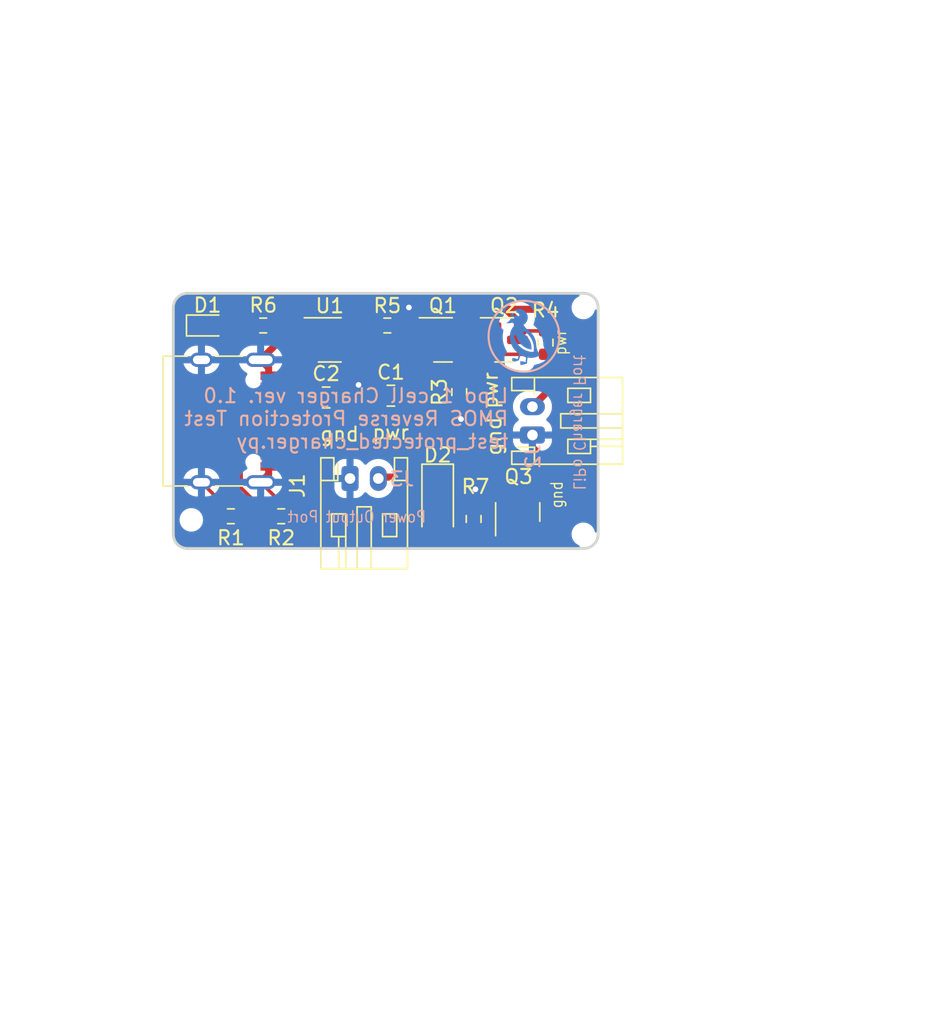
<source format=kicad_pcb>
(kicad_pcb (version 20221018) (generator pcbnew)
  (layers (0 "F.Cu" signal) (31 "B.Cu" signal) (34 "B.Paste" user) (35 "F.Paste" user) (36 "B.SilkS" user "B.Silkscreen") (37 "F.SilkS" user "F.Silkscreen") (38 "B.Mask" user) (39 "F.Mask" user) (44 "Edge.Cuts" user))
  (net 0 "")
  (net 1 "gnd")
  (net 2 "batt.pwr")
  (net 3 "usb.conn.A5")
  (net 4 "usb.conn.B5")
  (net 5 "pmos.r1.a")
  (net 6 "charger.pwr_bat")
  (net 7 "charger.prog_res.a")
  (net 8 "charge_led.res.a")
  (net 9 "charge_led.signal")
  (net 10 "vusb")
  (net 11 "usb.usb.dp")
  (net 12 "usb.usb.dm")
  (net 13 "pmos_load.fet.gate")
  (net 14 "(adapter)pwr_pins.pins.2.src")
  (footprint "Resistor_SMD:R_0603_1608Metric" (layer "F.Cu") (at 85.217 74.613 90)
    (fp_text reference "R7" (at 2.286 0.127 180) (layer "F.SilkS"))
    (fp_text value "")
    (fp_line (start -0.237258 -0.5225) (end 0.237258 -0.5225) (stroke (width 0.12)) (layer "F.SilkS"))
    (fp_line (start -0.237258 0.5225) (end 0.237258 0.5225) (stroke (width 0.12)) (layer "F.SilkS"))
    (pad "1" smd roundrect (at -0.825 0 90) (size 0.8 0.95) (layers "F.Cu" "F.Paste" "F.Mask") (net 13 "pmos_load.fet.gate"))
    (pad "2" smd roundrect (at 0.825 0 90) (size 0.8 0.95) (layers "F.Cu" "F.Paste" "F.Mask") (net 1 "gnd"))
  )
  (footprint "Capacitor_SMD:C_0805_2012Metric" (layer "F.Cu") (at 79.375 65.913 180)
    (fp_text reference "C1" (at 0 1.651) (layer "F.SilkS"))
    (fp_text value "")
    (fp_line (start -0.261252 -0.735) (end 0.261252 -0.735) (stroke (width 0.12)) (layer "F.SilkS"))
    (fp_line (start -0.261252 0.735) (end 0.261252 0.735) (stroke (width 0.12)) (layer "F.SilkS"))
    (pad "1" smd roundrect (at -0.95 0 180) (size 1 1.45) (layers "F.Cu" "F.Paste" "F.Mask") (net 10 "vusb"))
    (pad "2" smd roundrect (at 0.95 0 180) (size 1 1.45) (layers "F.Cu" "F.Paste" "F.Mask") (net 1 "gnd"))
  )
  (footprint "edg:TestPoint_TE_RCT_0805" (layer "F.Cu") (at 92.837 73.025 90)
    (fp_text reference "TP1")
    (fp_text value "gnd")
    (pad "1" smd roundrect (at 0 0 90) (size 2.85 1.4) (layers "F.Cu" "F.Paste" "F.Mask") (roundrect_rratio 0.1785714286) (net 1 "gnd"))
  )
  (footprint "Resistor_SMD:R_0603_1608Metric" (layer "F.Cu") (at 70.358 60.96)
    (fp_text reference "R6" (at 0 -1.43) (layer "F.SilkS"))
    (fp_text value "")
    (fp_line (start -0.237258 -0.5225) (end 0.237258 -0.5225) (stroke (width 0.12)) (layer "F.SilkS"))
    (fp_line (start -0.237258 0.5225) (end 0.237258 0.5225) (stroke (width 0.12)) (layer "F.SilkS"))
    (pad "1" smd roundrect (at -0.825 0) (size 0.8 0.95) (layers "F.Cu" "F.Paste" "F.Mask") (net 8 "charge_led.res.a"))
    (pad "2" smd roundrect (at 0.825 0) (size 0.8 0.95) (layers "F.Cu" "F.Paste" "F.Mask") (net 9 "charge_led.signal"))
  )
  (footprint "Package_TO_SOT_SMD:SOT-23" (layer "F.Cu") (at 87.376 61.976)
    (fp_text reference "Q2" (at 0 -2.413 180) (layer "F.SilkS"))
    (fp_text value "60V 5.2A 50m?@10V,3.2A 27W 2.5V@250?A P Channel SOT-23-3 MOSFETs ROHS")
    (fp_line (start 0 -1.56) (end -1.675 -1.56) (stroke (width 0.12)) (layer "F.SilkS"))
    (fp_line (start 0 -1.56) (end 0.65 -1.56) (stroke (width 0.12)) (layer "F.SilkS"))
    (fp_line (start 0 1.56) (end -0.65 1.56) (stroke (width 0.12)) (layer "F.SilkS"))
    (fp_line (start 0 1.56) (end 0.65 1.56) (stroke (width 0.12)) (layer "F.SilkS"))
    (pad "1" smd roundrect (at -0.9375 -0.95) (size 1.475 0.6) (layers "F.Cu" "F.Paste" "F.Mask") (net 5 "pmos.r1.a"))
    (pad "2" smd roundrect (at -0.9375 0.95) (size 1.475 0.6) (layers "F.Cu" "F.Paste" "F.Mask") (net 6 "charger.pwr_bat"))
    (pad "3" smd roundrect (at 0.9375 0) (size 1.475 0.6) (layers "F.Cu" "F.Paste" "F.Mask") (net 2 "batt.pwr"))
  )
  (footprint "edg:JlcToolingHole_1.152mm" (layer "F.Cu") (at 92.964 59.69)
    (fp_text reference "H3" hide)
    (fp_text value "")
    (pad "" np_thru_hole circle (at 0 0) (size 1.152 1.152) (drill 1.152) (layers "*.Cu" "*.Mask"))
  )
  (footprint "Capacitor_SMD:C_0805_2012Metric" (layer "F.Cu") (at 74.803 66.04)
    (fp_text reference "C2" (at 0 -1.68) (layer "F.SilkS"))
    (fp_text value "")
    (fp_line (start -0.261252 -0.735) (end 0.261252 -0.735) (stroke (width 0.12)) (layer "F.SilkS"))
    (fp_line (start -0.261252 0.735) (end 0.261252 0.735) (stroke (width 0.12)) (layer "F.SilkS"))
    (pad "1" smd roundrect (at -0.95 0) (size 1 1.45) (layers "F.Cu" "F.Paste" "F.Mask") (net 6 "charger.pwr_bat"))
    (pad "2" smd roundrect (at 0.95 0) (size 1 1.45) (layers "F.Cu" "F.Paste" "F.Mask") (net 1 "gnd"))
  )
  (footprint "Resistor_SMD:R_0603_1608Metric" (layer "F.Cu") (at 71.628 74.422 180)
    (fp_text reference "R2" (at 0 -1.524) (layer "F.SilkS"))
    (fp_text value "")
    (fp_line (start -0.237258 -0.5225) (end 0.237258 -0.5225) (stroke (width 0.12)) (layer "F.SilkS"))
    (fp_line (start -0.237258 0.5225) (end 0.237258 0.5225) (stroke (width 0.12)) (layer "F.SilkS"))
    (pad "1" smd roundrect (at -0.825 0 180) (size 0.8 0.95) (layers "F.Cu" "F.Paste" "F.Mask") (net 1 "gnd"))
    (pad "2" smd roundrect (at 0.825 0 180) (size 0.8 0.95) (layers "F.Cu" "F.Paste" "F.Mask") (net 4 "usb.conn.B5"))
  )
  (footprint "edg:JlcToolingHole_1.152mm" (layer "F.Cu") (at 92.964 75.692)
    (fp_text reference "H1" hide)
    (fp_text value "")
    (pad "" np_thru_hole circle (at 0 0) (size 1.152 1.152) (drill 1.152) (layers "*.Cu" "*.Mask"))
  )
  (footprint "Resistor_SMD:R_0603_1608Metric" (layer "F.Cu") (at 90.297 62.167 90)
    (fp_text reference "R4" (at 2.286 0 180) (layer "F.SilkS"))
    (fp_text value "")
    (fp_line (start -0.237258 -0.5225) (end 0.237258 -0.5225) (stroke (width 0.12)) (layer "F.SilkS"))
    (fp_line (start -0.237258 0.5225) (end 0.237258 0.5225) (stroke (width 0.12)) (layer "F.SilkS"))
    (pad "1" smd roundrect (at -0.825 0 90) (size 0.8 0.95) (layers "F.Cu" "F.Paste" "F.Mask") (net 6 "charger.pwr_bat"))
    (pad "2" smd roundrect (at 0.825 0 90) (size 0.8 0.95) (layers "F.Cu" "F.Paste" "F.Mask") (net 2 "batt.pwr"))
  )
  (footprint "LED_SMD:LED_0603_1608Metric" (layer "F.Cu") (at 66.421 60.96)
    (fp_text reference "D1" (at 0 -1.43) (layer "F.SilkS"))
    (fp_text value "")
    (fp_line (start -1.485 -0.735) (end -1.485 0.735) (stroke (width 0.12)) (layer "F.SilkS"))
    (fp_line (start -1.485 0.735) (end 0.8 0.735) (stroke (width 0.12)) (layer "F.SilkS"))
    (fp_line (start 0.8 -0.735) (end -1.485 -0.735) (stroke (width 0.12)) (layer "F.SilkS"))
    (pad "1" smd roundrect (at -0.7875 0) (size 0.875 0.95) (layers "F.Cu" "F.Paste" "F.Mask") (net 8 "charge_led.res.a"))
    (pad "2" smd roundrect (at 0.7875 0) (size 0.875 0.95) (layers "F.Cu" "F.Paste" "F.Mask") (net 10 "vusb"))
  )
  (footprint "Package_TO_SOT_SMD:SOT-23-5" (layer "F.Cu") (at 75.057 61.976)
    (fp_text reference "U1" (at 0 -2.4) (layer "F.SilkS"))
    (fp_text value "MCP73831T-2ACI/OT")
    (fp_line (start 0 -1.56) (end -1.8 -1.56) (stroke (width 0.12)) (layer "F.SilkS"))
    (fp_line (start 0 -1.56) (end 0.8 -1.56) (stroke (width 0.12)) (layer "F.SilkS"))
    (fp_line (start 0 1.56) (end -0.8 1.56) (stroke (width 0.12)) (layer "F.SilkS"))
    (fp_line (start 0 1.56) (end 0.8 1.56) (stroke (width 0.12)) (layer "F.SilkS"))
    (pad "1" smd roundrect (at -1.1375 -0.95) (size 1.325 0.6) (layers "F.Cu" "F.Paste" "F.Mask") (net 9 "charge_led.signal"))
    (pad "2" smd roundrect (at -1.1375 0) (size 1.325 0.6) (layers "F.Cu" "F.Paste" "F.Mask") (net 1 "gnd"))
    (pad "3" smd roundrect (at -1.1375 0.95) (size 1.325 0.6) (layers "F.Cu" "F.Paste" "F.Mask") (net 6 "charger.pwr_bat"))
    (pad "4" smd roundrect (at 1.1375 0.95) (size 1.325 0.6) (layers "F.Cu" "F.Paste" "F.Mask") (net 10 "vusb"))
    (pad "5" smd roundrect (at 1.1375 -0.95) (size 1.325 0.6) (layers "F.Cu" "F.Paste" "F.Mask") (net 7 "charger.prog_res.a"))
  )
  (footprint "Resistor_SMD:R_0603_1608Metric" (layer "F.Cu") (at 68.072 74.422)
    (fp_text reference "R1" (at 0 1.524) (layer "F.SilkS"))
    (fp_text value "")
    (fp_line (start -0.237258 -0.5225) (end 0.237258 -0.5225) (stroke (width 0.12)) (layer "F.SilkS"))
    (fp_line (start -0.237258 0.5225) (end 0.237258 0.5225) (stroke (width 0.12)) (layer "F.SilkS"))
    (pad "1" smd roundrect (at -0.825 0) (size 0.8 0.95) (layers "F.Cu" "F.Paste" "F.Mask") (net 1 "gnd"))
    (pad "2" smd roundrect (at 0.825 0) (size 0.8 0.95) (layers "F.Cu" "F.Paste" "F.Mask") (net 3 "usb.conn.A5"))
  )
  (footprint "edg:TestPoint_TE_RCT_0805" (layer "F.Cu") (at 92.837 62.357 90)
    (fp_text reference "TP2")
    (fp_text value "_batt_pwr_link")
    (pad "1" smd roundrect (at 0 0 90) (size 2.85 1.4) (layers "F.Cu" "F.Paste" "F.Mask") (roundrect_rratio 0.1785714286) (net 2 "batt.pwr"))
  )
  (footprint "Resistor_SMD:R_0603_1608Metric" (layer "F.Cu") (at 84.201 65.659 -90)
    (fp_text reference "R3" (at 0 1.397 -270) (layer "F.SilkS"))
    (fp_text value "")
    (fp_line (start -0.237258 -0.5225) (end 0.237258 -0.5225) (stroke (width 0.12)) (layer "F.SilkS"))
    (fp_line (start -0.237258 0.5225) (end 0.237258 0.5225) (stroke (width 0.12)) (layer "F.SilkS"))
    (pad "1" smd roundrect (at -0.825 0 270) (size 0.8 0.95) (layers "F.Cu" "F.Paste" "F.Mask") (net 5 "pmos.r1.a"))
    (pad "2" smd roundrect (at 0.825 0 270) (size 0.8 0.95) (layers "F.Cu" "F.Paste" "F.Mask") (net 1 "gnd"))
  )
  (footprint "Connector_USB:USB_C_Receptacle_XKB_U262-16XN-4BVC11" (layer "F.Cu") (at 67.069 67.703 -90)
    (fp_text reference "J1" (at 4.56 -5.702 90) (layer "F.SilkS"))
    (fp_text value "COM-15111")
    (fp_line (start -4.58 -1.85) (end -4.58 0.07) (stroke (width 0.12)) (layer "F.SilkS"))
    (fp_line (start -4.58 3.785) (end -4.58 2.08) (stroke (width 0.12)) (layer "F.SilkS"))
    (fp_line (start 4.58 0.07) (end 4.58 -1.85) (stroke (width 0.12)) (layer "F.SilkS"))
    (fp_line (start 4.58 2.08) (end 4.58 3.785) (stroke (width 0.12)) (layer "F.SilkS"))
    (fp_line (start 4.58 3.785) (end -4.58 3.785) (stroke (width 0.12)) (layer "F.SilkS"))
    (pad "" np_thru_hole circle (at -2.89 -2.605 270) (size 0.65 0.65) (drill 0.65) (layers "*.Cu" "*.Mask"))
    (pad "" np_thru_hole circle (at 2.89 -2.605 270) (size 0.65 0.65) (drill 0.65) (layers "*.Cu" "*.Mask"))
    (pad "A1" smd rect (at -3.35 -3.67 270) (size 0.3 1.15) (layers "F.Cu" "F.Paste" "F.Mask") (net 1 "gnd"))
    (pad "A4" smd rect (at -2.55 -3.67 270) (size 0.3 1.15) (layers "F.Cu" "F.Paste" "F.Mask") (net 10 "vusb"))
    (pad "A5" smd rect (at -1.25 -3.67 270) (size 0.3 1.15) (layers "F.Cu" "F.Paste" "F.Mask") (net 3 "usb.conn.A5"))
    (pad "A6" smd rect (at -0.25 -3.67 270) (size 0.3 1.15) (layers "F.Cu" "F.Paste" "F.Mask") (net 11 "usb.usb.dp"))
    (pad "A7" smd rect (at 0.25 -3.67 270) (size 0.3 1.15) (layers "F.Cu" "F.Paste" "F.Mask") (net 12 "usb.usb.dm"))
    (pad "A8" smd rect (at 1.25 -3.67 270) (size 0.3 1.15) (layers "F.Cu" "F.Paste" "F.Mask"))
    (pad "A9" smd rect (at 2.55 -3.67 270) (size 0.3 1.15) (layers "F.Cu" "F.Paste" "F.Mask") (net 10 "vusb"))
    (pad "A12" smd rect (at 3.35 -3.67 270) (size 0.3 1.15) (layers "F.Cu" "F.Paste" "F.Mask") (net 1 "gnd"))
    (pad "B1" smd rect (at 3.05 -3.67 270) (size 0.3 1.15) (layers "F.Cu" "F.Paste" "F.Mask") (net 1 "gnd"))
    (pad "B4" smd rect (at 2.25 -3.67 270) (size 0.3 1.15) (layers "F.Cu" "F.Paste" "F.Mask") (net 10 "vusb"))
    (pad "B5" smd rect (at 1.75 -3.67 270) (size 0.3 1.15) (layers "F.Cu" "F.Paste" "F.Mask") (net 4 "usb.conn.B5"))
    (pad "B6" smd rect (at 0.75 -3.67 270) (size 0.3 1.15) (layers "F.Cu" "F.Paste" "F.Mask") (net 11 "usb.usb.dp"))
    (pad "B7" smd rect (at -0.75 -3.67 270) (size 0.3 1.15) (layers "F.Cu" "F.Paste" "F.Mask") (net 12 "usb.usb.dm"))
    (pad "B8" smd rect (at -1.75 -3.67 270) (size 0.3 1.15) (layers "F.Cu" "F.Paste" "F.Mask"))
    (pad "B9" smd rect (at -2.25 -3.67 270) (size 0.3 1.15) (layers "F.Cu" "F.Paste" "F.Mask") (net 10 "vusb"))
    (pad "B12" smd rect (at -3.05 -3.67 270) (size 0.3 1.15) (layers "F.Cu" "F.Paste" "F.Mask") (net 1 "gnd"))
    (pad "S1" thru_hole oval (at -4.32 -3.105 270) (size 1 2.1) (drill oval 0.6 1.7) (layers "*.Cu" "*.Mask") (net 1 "gnd"))
    (pad "S1" thru_hole oval (at -4.32 1.075 270) (size 1 1.6) (drill oval 0.6 1.2) (layers "*.Cu" "*.Mask") (net 1 "gnd"))
    (pad "S1" thru_hole oval (at 4.32 -3.105 270) (size 1 2.1) (drill oval 0.6 1.7) (layers "*.Cu" "*.Mask") (net 1 "gnd"))
    (pad "S1" thru_hole oval (at 4.32 1.075 270) (size 1 1.6) (drill oval 0.6 1.2) (layers "*.Cu" "*.Mask") (net 1 "gnd"))
  )
  (footprint "Resistor_SMD:R_0603_1608Metric" (layer "F.Cu") (at 79.121 60.96)
    (fp_text reference "R5" (at 0 -1.397) (layer "F.SilkS"))
    (fp_text value "")
    (fp_line (start -0.237258 -0.5225) (end 0.237258 -0.5225) (stroke (width 0.12)) (layer "F.SilkS"))
    (fp_line (start -0.237258 0.5225) (end 0.237258 0.5225) (stroke (width 0.12)) (layer "F.SilkS"))
    (pad "1" smd roundrect (at -0.825 0) (size 0.8 0.95) (layers "F.Cu" "F.Paste" "F.Mask") (net 7 "charger.prog_res.a"))
    (pad "2" smd roundrect (at 0.825 0) (size 0.8 0.95) (layers "F.Cu" "F.Paste" "F.Mask") (net 1 "gnd"))
  )
  (footprint "edg:JlcToolingHole_1.152mm" (layer "F.Cu") (at 65.278 74.676)
    (fp_text reference "H2" hide)
    (fp_text value "")
    (pad "" np_thru_hole circle (at 0 0) (size 1.152 1.152) (drill 1.152) (layers "*.Cu" "*.Mask"))
  )
  (footprint "Package_TO_SOT_SMD:SOT-23" (layer "F.Cu") (at 83.058 61.976)
    (fp_text reference "Q1" (at -0.013 -2.413 180) (layer "F.SilkS"))
    (fp_text value "30V 4A 44m?@10V,4.3A 1.4W 1.3V@250?A P Channel SOT-23-3L MOSFETs ROHS")
    (fp_line (start 0 -1.56) (end -1.675 -1.56) (stroke (width 0.12)) (layer "F.SilkS"))
    (fp_line (start 0 -1.56) (end 0.65 -1.56) (stroke (width 0.12)) (layer "F.SilkS"))
    (fp_line (start 0 1.56) (end -0.65 1.56) (stroke (width 0.12)) (layer "F.SilkS"))
    (fp_line (start 0 1.56) (end 0.65 1.56) (stroke (width 0.12)) (layer "F.SilkS"))
    (pad "1" smd roundrect (at -0.9375 -0.95) (size 1.475 0.6) (layers "F.Cu" "F.Paste" "F.Mask") (net 2 "batt.pwr"))
    (pad "2" smd roundrect (at -0.9375 0.95) (size 1.475 0.6) (layers "F.Cu" "F.Paste" "F.Mask") (net 6 "charger.pwr_bat"))
    (pad "3" smd roundrect (at 0.9375 0) (size 1.475 0.6) (layers "F.Cu" "F.Paste" "F.Mask") (net 5 "pmos.r1.a"))
  )
  (footprint "Diode_SMD:D_MiniMELF" (layer "F.Cu") (at 82.677 73.406 -90)
    (fp_text reference "D2" (at -3.302 0 -180) (layer "F.SilkS"))
    (fp_text value "2?A@1V 85? Single 3.1V~3.5V 500mW 3.3V LL-34 Zener Diodes ROHS")
    (fp_line (start -2.66 -1.11) (end -2.66 1.11) (stroke (width 0.12)) (layer "F.SilkS"))
    (fp_line (start -2.66 1.11) (end 1.75 1.11) (stroke (width 0.12)) (layer "F.SilkS"))
    (fp_line (start 1.75 -1.11) (end -2.66 -1.11) (stroke (width 0.12)) (layer "F.SilkS"))
    (pad "1" smd roundrect (at -1.75 0 270) (size 1.3 1.7) (layers "F.Cu" "F.Paste" "F.Mask") (roundrect_rratio 0.1923076923) (net 14 "(adapter)pwr_pins.pins.2.src"))
    (pad "2" smd roundrect (at 1.75 0 270) (size 1.3 1.7) (layers "F.Cu" "F.Paste" "F.Mask") (roundrect_rratio 0.1923076923) (net 13 "pmos_load.fet.gate"))
  )
  (footprint "Package_TO_SOT_SMD:SOT-23" (layer "F.Cu") (at 88.331 74.1195 90)
    (fp_text reference "Q3" (at 2.4915 0.061 180) (layer "F.SilkS"))
    (fp_text value "20V 3.1A 860mW 112m?@4.5V,2.8A 1V@250?A P Channel SOT-23(SOT-23-3) MOSFETs ROHS")
    (fp_line (start 0 -1.56) (end -1.675 -1.56) (stroke (width 0.12)) (layer "F.SilkS"))
    (fp_line (start 0 -1.56) (end 0.65 -1.56) (stroke (width 0.12)) (layer "F.SilkS"))
    (fp_line (start 0 1.56) (end -0.65 1.56) (stroke (width 0.12)) (layer "F.SilkS"))
    (fp_line (start 0 1.56) (end 0.65 1.56) (stroke (width 0.12)) (layer "F.SilkS"))
    (pad "1" smd roundrect (at -0.9375 -0.95 90) (size 1.475 0.6) (layers "F.Cu" "F.Paste" "F.Mask") (net 13 "pmos_load.fet.gate"))
    (pad "2" smd roundrect (at -0.9375 0.95 90) (size 1.475 0.6) (layers "F.Cu" "F.Paste" "F.Mask") (net 6 "charger.pwr_bat"))
    (pad "3" smd roundrect (at 0.9375 0 90) (size 1.475 0.6) (layers "F.Cu" "F.Paste" "F.Mask") (net 14 "(adapter)pwr_pins.pins.2.src"))
  )
  (footprint "Connector_JST:JST_PH_S2B-PH-K_1x02_P2.00mm_Horizontal" (layer "F.Cu") (at 89.371 68.691 90)
    (fp_text reference "J2" (at -1.54 0.037 90) (layer "B.SilkS") (effects (justify mirror)))
    (fp_text value "S2B-PH-K")
    (fp_line (start -2.06 -1.46) (end -2.06 6.36) (stroke (width 0.12)) (layer "F.SilkS"))
    (fp_line (start -2.06 0.14) (end -1.14 0.14) (stroke (width 0.12)) (layer "F.SilkS"))
    (fp_line (start -2.06 6.36) (end 4.06 6.36) (stroke (width 0.12)) (layer "F.SilkS"))
    (fp_line (start -1.3 2.5) (end -1.3 4.1) (stroke (width 0.12)) (layer "F.SilkS"))
    (fp_line (start -1.3 4.1) (end -0.3 4.1) (stroke (width 0.12)) (layer "F.SilkS"))
    (fp_line (start -1.14 -1.46) (end -2.06 -1.46) (stroke (width 0.12)) (layer "F.SilkS"))
    (fp_line (start -1.14 0.14) (end -1.14 -1.46) (stroke (width 0.12)) (layer "F.SilkS"))
    (fp_line (start -0.86 0.14) (end -1.14 0.14) (stroke (width 0.12)) (layer "F.SilkS"))
    (fp_line (start -0.86 0.14) (end -0.86 -1.075) (stroke (width 0.12)) (layer "F.SilkS"))
    (fp_line (start -0.8 4.1) (end -0.8 6.36) (stroke (width 0.12)) (layer "F.SilkS"))
    (fp_line (start -0.3 2.5) (end -1.3 2.5) (stroke (width 0.12)) (layer "F.SilkS"))
    (fp_line (start -0.3 4.1) (end -0.3 2.5) (stroke (width 0.12)) (layer "F.SilkS"))
    (fp_line (start -0.3 4.1) (end -0.3 6.36) (stroke (width 0.12)) (layer "F.SilkS"))
    (fp_line (start 0.5 2) (end 1.5 2) (stroke (width 0.12)) (layer "F.SilkS"))
    (fp_line (start 0.5 6.36) (end 0.5 2) (stroke (width 0.12)) (layer "F.SilkS"))
    (fp_line (start 1.5 2) (end 1.5 6.36) (stroke (width 0.12)) (layer "F.SilkS"))
    (fp_line (start 2.3 2.5) (end 3.3 2.5) (stroke (width 0.12)) (layer "F.SilkS"))
    (fp_line (start 2.3 4.1) (end 2.3 2.5) (stroke (width 0.12)) (layer "F.SilkS"))
    (fp_line (start 3.14 -1.46) (end 3.14 0.14) (stroke (width 0.12)) (layer "F.SilkS"))
    (fp_line (start 3.14 0.14) (end 2.86 0.14) (stroke (width 0.12)) (layer "F.SilkS"))
    (fp_line (start 3.3 2.5) (end 3.3 4.1) (stroke (width 0.12)) (layer "F.SilkS"))
    (fp_line (start 3.3 4.1) (end 2.3 4.1) (stroke (width 0.12)) (layer "F.SilkS"))
    (fp_line (start 4.06 -1.46) (end 3.14 -1.46) (stroke (width 0.12)) (layer "F.SilkS"))
    (fp_line (start 4.06 0.14) (end 3.14 0.14) (stroke (width 0.12)) (layer "F.SilkS"))
    (fp_line (start 4.06 6.36) (end 4.06 -1.46) (stroke (width 0.12)) (layer "F.SilkS"))
    (pad "1" thru_hole roundrect (at 0 0 90) (size 1.2 1.75) (drill 0.75) (layers "*.Cu" "*.Mask") (roundrect_rratio 0.208333) (net 1 "gnd"))
    (pad "2" thru_hole oval (at 2 0 90) (size 1.2 1.75) (drill 0.75) (layers "*.Cu" "*.Mask") (net 2 "batt.pwr"))
  )
  (footprint "Connector_JST:JST_PH_S2B-PH-K_1x02_P2.00mm_Horizontal" (layer "F.Cu") (at 76.486 71.755)
    (fp_text reference "J3" (at 3.667 0.037) (layer "B.SilkS") (effects (justify mirror)))
    (fp_text value "S2B-PH-K")
    (fp_line (start -2.06 -1.46) (end -2.06 6.36) (stroke (width 0.12)) (layer "F.SilkS"))
    (fp_line (start -2.06 0.14) (end -1.14 0.14) (stroke (width 0.12)) (layer "F.SilkS"))
    (fp_line (start -2.06 6.36) (end 4.06 6.36) (stroke (width 0.12)) (layer "F.SilkS"))
    (fp_line (start -1.3 2.5) (end -1.3 4.1) (stroke (width 0.12)) (layer "F.SilkS"))
    (fp_line (start -1.3 4.1) (end -0.3 4.1) (stroke (width 0.12)) (layer "F.SilkS"))
    (fp_line (start -1.14 -1.46) (end -2.06 -1.46) (stroke (width 0.12)) (layer "F.SilkS"))
    (fp_line (start -1.14 0.14) (end -1.14 -1.46) (stroke (width 0.12)) (layer "F.SilkS"))
    (fp_line (start -0.86 0.14) (end -1.14 0.14) (stroke (width 0.12)) (layer "F.SilkS"))
    (fp_line (start -0.86 0.14) (end -0.86 -1.075) (stroke (width 0.12)) (layer "F.SilkS"))
    (fp_line (start -0.8 4.1) (end -0.8 6.36) (stroke (width 0.12)) (layer "F.SilkS"))
    (fp_line (start -0.3 2.5) (end -1.3 2.5) (stroke (width 0.12)) (layer "F.SilkS"))
    (fp_line (start -0.3 4.1) (end -0.3 2.5) (stroke (width 0.12)) (layer "F.SilkS"))
    (fp_line (start -0.3 4.1) (end -0.3 6.36) (stroke (width 0.12)) (layer "F.SilkS"))
    (fp_line (start 0.5 2) (end 1.5 2) (stroke (width 0.12)) (layer "F.SilkS"))
    (fp_line (start 0.5 6.36) (end 0.5 2) (stroke (width 0.12)) (layer "F.SilkS"))
    (fp_line (start 1.5 2) (end 1.5 6.36) (stroke (width 0.12)) (layer "F.SilkS"))
    (fp_line (start 2.3 2.5) (end 3.3 2.5) (stroke (width 0.12)) (layer "F.SilkS"))
    (fp_line (start 2.3 4.1) (end 2.3 2.5) (stroke (width 0.12)) (layer "F.SilkS"))
    (fp_line (start 3.14 -1.46) (end 3.14 0.14) (stroke (width 0.12)) (layer "F.SilkS"))
    (fp_line (start 3.14 0.14) (end 2.86 0.14) (stroke (width 0.12)) (layer "F.SilkS"))
    (fp_line (start 3.3 2.5) (end 3.3 4.1) (stroke (width 0.12)) (layer "F.SilkS"))
    (fp_line (start 3.3 4.1) (end 2.3 4.1) (stroke (width 0.12)) (layer "F.SilkS"))
    (fp_line (start 4.06 -1.46) (end 3.14 -1.46) (stroke (width 0.12)) (layer "F.SilkS"))
    (fp_line (start 4.06 0.14) (end 3.14 0.14) (stroke (width 0.12)) (layer "F.SilkS"))
    (fp_line (start 4.06 6.36) (end 4.06 -1.46) (stroke (width 0.12)) (layer "F.SilkS"))
    (pad "1" thru_hole roundrect (at 0 0) (size 1.2 1.75) (drill 0.75) (layers "*.Cu" "*.Mask") (roundrect_rratio 0.208333) (net 1 "gnd"))
    (pad "2" thru_hole oval (at 2 0) (size 1.2 1.75) (drill 0.75) (layers "*.Cu" "*.Mask") (net 14 "(adapter)pwr_pins.pins.2.src"))
  )
  (footprint "edg:Symbol_DucklingSolid" (layer "B.Cu") (at 88.773 61.722 180)
    (fp_text reference "svg2mod" hide)
    (fp_text value "G***" hide)
    (fp_circle (center 0 0) (end 2.5 0) (stroke (width 0.15)) (fill none) (layer "B.SilkS"))
    (pad "" smd custom (at 0.333322 1.928454 180) (size 0.00001 0.00001) (layers "B.Cu" "B.Mask") (options (clearance outline) (anchor circle)) (primitives (gr_poly (pts (xy 0 0) (xy -0.02944 -0.000722) (xy -0.05881 -0.002888) (xy -0.088038 -0.006491) (xy -0.117054 -0.011524) (xy -0.145787 -0.017973) (xy -0.17417 -0.025824) (xy -0.202133 -0.035057) (xy -0.229609 -0.04565) (xy -0.256532 -0.057579) (xy -0.282837 -0.070813) (xy -0.30846 -0.085321) (xy -0.33334 -0.101069) (xy -0.357418 -0.118018) (xy -0.380634 -0.136127) (xy -0.402933 -0.155353) (xy -0.424262 -0.17565) (xy -0.444568 -0.196968) (xy -0.463804 -0.219256) (xy -0.481922 -0.242461) (xy -0.498879 -0.266527) (xy -0.514635 -0.291395) (xy -0.52915 -0.317006) (xy -0.542391 -0.343298) (xy -0.554325 -0.370208) (xy -0.564924 -0.39767) (xy -0.574162 -0.42562) (xy -0.582016 -0.453988) (xy -0.588469 -0.482708) (xy -0.593503 -0.511709) (xy -0.597108 -0.540923) (xy -0.599275 -0.570278) (xy -0.599998 -0.599704) (xy -0.598714 -0.638927) (xy -0.594866 -0.677983) (xy -0.58847 -0.716703) (xy -0.579555 -0.754922) (xy -0.568158 -0.792476) (xy -0.554328 -0.829205) (xy -0.538124 -0.864952) (xy -0.519616 -0.899562) (xy -0.498882 -0.932889) (xy -0.476012 -0.964788) (xy -0.451104 -0.995124) (xy -0.424264 -1.023768) (xy -0.395607 -1.050595) (xy -0.365256 -1.075491) (xy -0.333341 -1.09835) (xy -0.299999 -1.119074) (xy -0.317389 -1.14776) (xy -0.335496 -1.175999) (xy -0.354308 -1.203774) (xy -0.373813 -1.231067) (xy -0.394 -1.25786) (xy -0.414854 -1.284138) (xy -0.436364 -1.309882) (xy -0.458515 -1.335078) (xy -0.481293 -1.359708) (xy -0.504685 -1.383757) (xy -0.528674 -1.407211) (xy -0.553247 -1.430053) (xy -0.578386 -1.45227) (xy -0.604077 -1.473848) (xy -0.630304 -1.494773) (xy -0.657049 -1.515031) (xy -0.686297 -1.537239) (xy -0.714923 -1.560243) (xy -0.742904 -1.584027) (xy -0.770219 -1.608572) (xy -0.796847 -1.63386) (xy -0.822768 -1.659872) (xy -0.847963 -1.686587) (xy -0.872411 -1.713986) (xy -0.896095 -1.742047) (xy -0.918997 -1.77075) (xy -0.941099 -1.800072) (xy -0.962385 -1.829992) (xy -0.982838 -1.860487) (xy -1.002443 -1.891533) (xy -1.021185 -1.923107) (xy -1.039049 -1.955185) (xy -1.056023 -1.987743) (xy -1.072093 -2.020756) (xy -1.087247 -2.054198) (xy -1.101474 -2.088046) (xy -1.114762 -2.122272) (xy -1.127103 -2.156851) (xy -1.138485 -2.191756) (xy -1.148902 -2.226962) (xy -1.158344 -2.262441) (xy -1.166804 -2.298167) (xy -1.174277 -2.334112) (xy -1.180757 -2.370249) (xy -1.186238 -2.406551) (xy -1.190717 -2.44299) (xy -1.19419 -2.479538) (xy -1.196654 -2.516168) (xy -1.200327 -2.56679) (xy -1.205926 -2.617235) (xy -1.213443 -2.667431) (xy -1.222866 -2.717304) (xy -1.234183 -2.766783) (xy -1.247376 -2.815794) (xy -1.262427 -2.864268) (xy -1.279314 -2.912134) (xy -1.298012 -2.959323) (xy -1.318494 -3.005766) (xy -1.340731 -3.051396) (xy -1.36469 -3.096146) (xy -1.390336 -3.139952) (xy -1.417633 -3.18275) (xy -1.44654 -3.224478) (xy -1.477016 -3.265076) (xy -1.476528 -3.265167) (xy -1.452888 -3.280118) (xy -1.428843 -3.294489) (xy -1.404405 -3.308271) (xy -1.379587 -3.321458) (xy -1.354401 -3.334044) (xy -1.32886 -3.346021) (xy -1.302978 -3.357384) (xy -1.276766 -3.368127) (xy -1.25024 -3.378245) (xy -1.223411 -3.387731) (xy -1.196295 -3.396582) (xy -1.168904 -3.404794) (xy -1.141252 -3.41236) (xy -1.113354 -3.419279) (xy -1.085224 -3.425546) (xy -1.056876 -3.431159) (xy -1.028325 -3.436114) (xy -0.999585 -3.440408) (xy -0.970671 -3.444041) (xy -0.941597 -3.447009) (xy -0.941131 -3.447045) (xy -0.941131 -3.033127) (xy -0.970746 -3.029135) (xy -0.996829 -3.014559) (xy -1.015743 -2.991434) (xy -1.024847 -2.962985) (xy -1.030094 -2.912769) (xy -1.033534 -2.862646) (xy -1.035184 -2.812658) (xy -1.035065 -2.762846) (xy -1.033195 -2.71325) (xy -1.029594 -2.663913) (xy -1.02428 -2.614874) (xy -1.017274 -2.566175) (xy -1.008594 -2.517856) (xy -0.998259 -2.46996) (xy -0.98629 -2.422527) (xy -0.972703 -2.375598) (xy -0.95752 -2.329214) (xy -0.940759 -2.283416) (xy -0.922439 -2.238245) (xy -0.90258 -2.193743) (xy -0.881201 -2.14995) (xy -0.85832 -2.106907) (xy -0.833958 -2.064655) (xy -0.808133 -2.023236) (xy -0.780864 -1.982691) (xy -0.752171 -1.943059) (xy -0.722073 -1.904384) (xy -0.690588 -1.866705) (xy -0.657737 -1.830063) (xy -0.623539 -1.794501) (xy -0.588012 -1.760058) (xy -0.551175 -1.726775) (xy -0.513049 -1.694695) (xy -0.473652 -1.663858) (xy -0.433003 -1.634304) (xy -0.391122 -1.606075) (xy -0.372286 -1.597138) (xy -0.351779 -1.593369) (xy -0.3483 -1.593259) (xy -0.34482 -1.5933) (xy -0.337857 -1.593859) (xy -0.33097 -1.595022) (xy -0.302269 -1.607319) (xy -0.280465 -1.629663) (xy -0.268909 -1.658645) (xy -0.26933 -1.689842) (xy -0.281662 -1.718503) (xy -0.30403 -1.740265) (xy -0.346981 -1.76942) (xy -0.388382 -1.80015) (xy -0.428213 -1.832399) (xy -0.466454 -1.866107) (xy -0.503084 -1.90122) (xy -0.538083 -1.93768) (xy -0.571431 -1.97543) (xy -0.603107 -2.014413) (xy -0.633093 -2.054572) (xy -0.661366 -2.095849) (xy -0.687907 -2.138189) (xy -0.712697 -2.181534) (xy -0.735714 -2.225827) (xy -0.756938 -2.271011) (xy -0.776349 -2.31703) (xy -0.793927 -2.363825) (xy -0.809653 -2.411341) (xy -0.823504 -2.45952) (xy -0.835462 -2.508305) (xy -0.845506 -2.557639) (xy -0.853615 -2.607466) (xy -0.859771 -2.657728) (xy -0.863951 -2.708369) (xy -0.866137 -2.75933) (xy -0.866308 -2.810556) (xy -0.864443 -2.86199) (xy -0.814719 -2.854936) (xy -0.765589 -2.845978) (xy -0.717097 -2.835152) (xy -0.669287 -2.822492) (xy -0.622203 -2.808031) (xy -0.575888 -2.791806) (xy -0.530387 -2.773851) (xy -0.485743 -2.7542) (xy -0.442001 -2.732887) (xy -0.399204 -2.709948) (xy -0.357396 -2.685417) (xy -0.316621 -2.659328) (xy -0.276923 -2.631717) (xy -0.238347 -2.602617) (xy -0.200935 -2.572064) (xy -0.164732 -2.540091) (xy -0.129782 -2.506734) (xy -0.096128 -2.472028) (xy -0.063815 -2.436006) (xy -0.032886 -2.398703) (xy -0.003386 -2.360154) (xy 0.024642 -2.320394) (xy 0.051154 -2.279457) (xy 0.076106 -2.237378) (xy 0.099454 -2.194191) (xy 0.121154 -2.14993) (xy 0.141162 -2.104632) (xy 0.159435 -2.058329) (xy 0.175927 -2.011057) (xy 0.190597 -1.962851) (xy 0.203398 -1.913744) (xy 0.216431 -1.885407) (xy 0.239318 -1.864209) (xy 0.268577 -1.853375) (xy 0.299758 -1.854552) (xy 0.328137 -1.867588) (xy 0.34936 -1.890492) (xy 0.360191 -1.919773) (xy 0.358979 -1.950967) (xy 0.34634 -1.99993) (xy 0.332053 -2.048129) (xy 0.316152 -2.095536) (xy 0.29867 -2.142123) (xy 0.279643 -2.187861) (xy 0.259104 -2.232722) (xy 0.237087 -2.276677) (xy 0.213626 -2.319699) (xy 0.188756 -2.361758) (xy 0.162511 -2.402825) (xy 0.134925 -2.442874) (xy 0.106032 -2.481875) (xy 0.075866 -2.519799) (xy 0.044462 -2.556618) (xy 0.011853 -2.592305) (xy -0.021926 -2.626829) (xy -0.056841 -2.660164) (xy -0.092859 -2.69228) (xy -0.129944 -2.723149) (xy -0.168062 -2.752743) (xy -0.20718 -2.781033) (xy -0.247264 -2.80799) (xy -0.288278 -2.833587) (xy -0.33019 -2.857794) (xy -0.372965 -2.880584) (xy -0.416568 -2.901927) (xy -0.460966 -2.921796) (xy -0.506124 -2.940162) (xy -0.552009 -2.956997) (xy -0.598585 -2.972272) (xy -0.64582 -2.985958) (xy -0.693678 -2.998028) (xy -0.742126 -3.008452) (xy -0.79113 -3.017202) (xy -0.840654 -3.024251) (xy -0.890666 -3.029569) (xy -0.941131 -3.033127) (xy -0.941131 -3.447045) (xy -0.912378 -3.449311) (xy -0.88303 -3.450946) (xy -0.853567 -3.451914) (xy -0.824003 -3.452214) (xy -0.794355 -3.451845) (xy -0.764637 -3.450808) (xy -0.734865 -3.449103) (xy -0.705053 -3.446732) (xy -0.675217 -3.443695) (xy -0.645371 -3.439994) (xy -0.615532 -3.435631) (xy -0.585714 -3.430608) (xy -0.586011 -3.430256) (xy -0.548459 -3.811441) (xy -0.554638 -3.814846) (xy -0.560793 -3.818294) (xy -0.553797 -3.822213) (xy -0.546771 -3.826076) (xy -0.526874 -3.860216) (xy -0.488928 -3.871288) (xy -0.478581 -3.869221) (xy -0.468843 -3.865159) (xy -0.442796 -3.876351) (xy -0.416442 -3.886801) (xy -0.389802 -3.896501) (xy -0.362898 -3.905441) (xy -0.335751 -3.913616) (xy -0.308383 -3.921018) (xy -0.280817 -3.927641) (xy -0.253073 -3.933481) (xy -0.225175 -3.938532) (xy -0.197145 -3.942791) (xy -0.169005 -3.946254) (xy -0.140778 -3.948918) (xy -0.112488 -3.950781) (xy -0.084155 -3.951842) (xy -0.055804 -3.9521) (xy -0.027457 -3.951554) (xy -0.074121 -3.93178) (xy -0.093388 -3.884924) (xy -0.074121 -3.838067) (xy -0.027457 -3.818294) (xy -0.075073 -3.799041) (xy -0.09486 -3.751664) (xy -0.075073 -3.704287) (xy -0.027457 -3.685034) (xy -0.054255 -3.684504) (xy -0.081058 -3.684693) (xy -0.107846 -3.685599) (xy -0.1346 -3.687223) (xy -0.161301 -3.689563) (xy -0.187929 -3.692617) (xy -0.214466 -3.696384) (xy -0.240893 -3.70086) (xy -0.26719 -3.706042) (xy -0.293339 -3.711927) (xy -0.31932 -3.71851) (xy -0.345116 -3.725787) (xy -0.370707 -3.733752) (xy -0.396075 -3.7424) (xy -0.421203 -3.751724) (xy -0.446071 -3.761719) (xy -0.480212 -3.415243) (xy -0.48097 -3.407529) (xy -0.480705 -3.407901) (xy -0.429938 -3.39379) (xy -0.379512 -3.377788) (xy -0.329504 -3.359919) (xy -0.27999 -3.340209) (xy -0.231044 -3.318688) (xy -0.18274 -3.295389) (xy -0.13515 -3.270347) (xy -0.088348 -3.2436) (xy -0.08847 -3.243175) (xy 0.017432 -3.591924) (xy 0.01274 -3.594511) (xy 0.008062 -3.597123) (xy 0.014628 -3.600781) (xy 0.021222 -3.604389) (xy 0.023702 -3.61255) (xy 0.049614 -3.644105) (xy 0.090262 -3.648086) (xy 0.095256 -3.646281) (xy 0.100046 -3.643988) (xy 0.126091 -3.65518) (xy 0.152443 -3.66563) (xy 0.17908 -3.675328) (xy 0.205982 -3.684268) (xy 0.233127 -3.692442) (xy 0.260493 -3.699844) (xy 0.288057 -3.706467) (xy 0.315799 -3.712307) (xy 0.343695 -3.717358) (xy 0.371723 -3.721617) (xy 0.39986 -3.72508) (xy 0.428085 -3.727745) (xy 0.456373 -3.729609) (xy 0.484703 -3.73067) (xy 0.513052 -3.730928) (xy 0.541397 -3.730383) (xy 0.493781 -3.71113) (xy 0.473994 -3.663753) (xy 0.493781 -3.616377) (xy 0.541397 -3.597123) (xy 0.49428 -3.577585) (xy 0.474769 -3.530476) (xy 0.49428 -3.483368) (xy 0.541397 -3.463829) (xy 0.51403 -3.463299) (xy 0.486659 -3.463517) (xy 0.459304 -3.464484) (xy 0.431986 -3.466199) (xy 0.404726 -3.468661) (xy 0.377542 -3.471867) (xy 0.350457 -3.475816) (xy 0.32349 -3.480504) (xy 0.296662 -3.485928) (xy 0.269992 -3.492085) (xy 0.243501 -3.498968) (xy 0.217208 -3.506574) (xy 0.191133 -3.514896) (xy 0.165296 -3.523928) (xy 0.139716 -3.533663) (xy 0.114412 -3.544095) (xy 0.009646 -3.199065) (xy 0.006779 -3.19172) (xy 0.002859 -3.184879) (xy 0.002944 -3.18531) (xy 0.035136 -3.162415) (xy 0.066774 -3.138701) (xy 0.097832 -3.114186) (xy 0.128286 -3.088889) (xy 0.158111 -3.062833) (xy 0.187283 -3.036036) (xy 0.215778 -3.008522) (xy 0.243575 -2.980311) (xy 0.27065 -2.951426) (xy 0.296982 -2.921891) (xy 0.32255 -2.891729) (xy 0.347333 -2.860964) (xy 0.371311 -2.829622) (xy 0.394466 -2.797726) (xy 0.416779 -2.765304) (xy 0.438232 -2.73238) (xy 0.458807 -2.698981) (xy 0.478488 -2.665133) (xy 0.49726 -2.630865) (xy 0.515107 -2.596203) (xy 0.532015 -2.561176) (xy 0.547971 -2.52581) (xy 0.562961 -2.490136) (xy 0.576974 -2.45418) (xy 0.589998 -2.417972) (xy 0.602024 -2.381542) (xy 0.613041 -2.344917) (xy 0.62304 -2.308128) (xy 0.632014 -2.271205) (xy 0.639956 -2.234175) (xy 0.646858 -2.19707) (xy 0.652716 -2.15992) (xy 0.657524 -2.122752) (xy 0.66128 -2.085599) (xy 0.663979 -2.048489) (xy 0.66562 -2.011452) (xy 0.666202 -1.974517) (xy 0.665723 -1.937716) (xy 0.664185 -1.901076) (xy 0.661589 -1.864627) (xy 0.657936 -1.828398) (xy 0.653229 -1.792419) (xy 0.647473 -1.756719) (xy 0.640672 -1.721325) (xy 0.632832 -1.686267) (xy 0.623958 -1.651572) (xy 0.614058 -1.617268) (xy 0.60314 -1.583382) (xy 0.591212 -1.549943) (xy 0.578284 -1.516976) (xy 0.564367 -1.484508) (xy 0.549471 -1.452566) (xy 0.533609 -1.421174) (xy 0.516793 -1.390357) (xy 0.499036 -1.360141) (xy 0.480354 -1.33055) (xy 0.46076 -1.301608) (xy 0.440271 -1.273337) (xy 0.418903 -1.24576) (xy 0.396673 -1.218899) (xy 0.373599 -1.192777) (xy 0.3497 -1.167413) (xy 0.324994 -1.142829) (xy 0.299502 -1.119043) (xy 0.299999 -1.119074) (xy 0.318373 -1.107792) (xy 0.318373 -0.511141) (xy 0.288831 -0.501118) (xy 0.265371 -0.480563) (xy 0.251561 -0.452602) (xy 0.23158 -0.420924) (xy 0.200022 -0.413071) (xy 0.168447 -0.420924) (xy 0.148449 -0.452602) (xy 0.134642 -0.480553) (xy 0.111192 -0.501103) (xy 0.081661 -0.511129) (xy 0.05054 -0.509108) (xy 0.022543 -0.495332) (xy 0.00195 -0.471898) (xy -0.008107 -0.442372) (xy -0.006098 -0.411246) (xy 0.012418 -0.364842) (xy 0.039873 -0.325863) (xy 0.074314 -0.294762) (xy 0.113788 -0.271988) (xy 0.156342 -0.257994) (xy 0.200022 -0.253228) (xy 0.243702 -0.257994) (xy 0.286256 -0.271988) (xy 0.32573 -0.294762) (xy 0.360171 -0.325863) (xy 0.387626 -0.364842) (xy 0.406142 -0.411246) (xy 0.408152 -0.442372) (xy 0.398095 -0.471898) (xy 0.377501 -0.495332) (xy 0.349505 -0.509108) (xy 0.318373 -0.511141) (xy 0.318373 -1.107792) (xy 0.326091 -1.103054) (xy 0.351332 -1.085724) (xy 0.375655 -1.06713) (xy 0.398997 -1.047319) (xy 0.421298 -1.026344) (xy 0.442498 -1.004259) (xy 0.462544 -0.981122) (xy 0.481383 -0.956992) (xy 0.480763 -0.958508) (xy 0.507107 -0.968767) (xy 0.533863 -0.977901) (xy 0.560982 -0.985893) (xy 0.588416 -0.992728) (xy 0.616115 -0.998394) (xy 0.64403 -1.002882) (xy 0.67211 -1.006182) (xy 0.700304 -1.008289) (xy 0.728563 -1.0092) (xy 0.756835 -1.008912) (xy 0.785069 -1.007426) (xy 0.813215 -1.004746) (xy 0.841222 -1.000874) (xy 0.869039 -0.99582) (xy 0.896617 -0.98959) (xy 0.923906 -0.982198) (xy 0.898019 -0.970834) (xy 0.872639 -0.958382) (xy 0.847809 -0.944867) (xy 0.823574 -0.930311) (xy 0.79998 -0.914741) (xy 0.777066 -0.898185) (xy 0.754876 -0.880673) (xy 0.733449 -0.862236) (xy 0.712822 -0.842908) (xy 0.693035 -0.822723) (xy 0.674121 -0.801718) (xy 0.656116 -0.77993) (xy 0.639051 -0.757399) (xy 0.622957 -0.734164) (xy 0.607863 -0.710269) (xy 0.593797 -0.685755) (xy 0.593659 -0.686099) (xy 0.598391 -0.643016) (xy 0.599998 -0.599704) (xy 0.599275 -0.570278) (xy 0.597109 -0.540923) (xy 0.593504 -0.511709) (xy 0.588469 -0.482708) (xy 0.582016 -0.453988) (xy 0.574162 -0.42562) (xy 0.564924 -0.39767) (xy 0.554325 -0.370208) (xy 0.542391 -0.343298) (xy 0.52915 -0.317006) (xy 0.514635 -0.291395) (xy 0.498879 -0.266527) (xy 0.481922 -0.242461) (xy 0.463804 -0.219256) (xy 0.444568 -0.196968) (xy 0.424262 -0.17565) (xy 0.402933 -0.155353) (xy 0.380634 -0.136127) (xy 0.357418 -0.118018) (xy 0.33334 -0.101069) (xy 0.30846 -0.085321) (xy 0.282837 -0.070813) (xy 0.256532 -0.057579) (xy 0.229609 -0.04565) (xy 0.202133 -0.035057) (xy 0.17417 -0.025824) (xy 0.145787 -0.017973) (xy 0.117054 -0.011524) (xy 0.088038 -0.006491) (xy 0.05881 -0.002888) (xy 0.02944 -0.000722) (xy 0 0)) (width 0.00001) (fill yes))))
  )
  (gr_arc (start 93.008 58.692) (mid 93.715107 58.984893) (end 94.008 59.692) (stroke (width 0.2)) (layer "Edge.Cuts"))
  (gr_line (start 65.008 58.692) (end 93.008 58.692) (stroke (width 0.2)) (layer "Edge.Cuts"))
  (gr_line (start 64.008 75.692) (end 64.008 59.692) (stroke (width 0.2)) (layer "Edge.Cuts"))
  (gr_arc (start 94.008 75.692) (mid 93.715107 76.399107) (end 93.008 76.692) (stroke (width 0.2)) (layer "Edge.Cuts"))
  (gr_line (start 94.008 59.692) (end 94.008 75.692) (stroke (width 0.2)) (layer "Edge.Cuts"))
  (gr_arc (start 64.008 59.692) (mid 64.300893 58.984893) (end 65.008 58.692) (stroke (width 0.2)) (layer "Edge.Cuts"))
  (gr_arc (start 65.008 76.692) (mid 64.300893 76.399107) (end 64.008 75.692) (stroke (width 0.2)) (layer "Edge.Cuts"))
  (gr_line (start 93.008 76.692) (end 65.008 76.692) (stroke (width 0.2)) (layer "Edge.Cuts"))
  (gr_text "Power Output Port" (at 81.915 74.93) (layer "B.SilkS") (effects (font (size 0.8 0.7) (thickness 0.1)) (justify left bottom mirror)))
  (gr_text "Lipo 1 cell Charger ver. 1.0\nPMOS Reverse Protection Test\ntest_protected_charger.py" (at 87.757 69.723) (layer "B.SilkS") (effects (font (size 1 1)) (justify left bottom mirror)))
  (gr_text "LiPo Charger Port" (at 92.202 72.644 -90) (layer "B.SilkS") (effects (font (size 0.8 0.7) (thickness 0.1)) (justify left bottom mirror)))
  (gr_text "pwr" (at 86.995 66.929 90) (layer "F.SilkS") (effects (font (size 1 1)) (justify left bottom)))
  (gr_text "gnd" (at 74.295 69.215) (layer "F.SilkS") (effects (font (size 1 1)) (justify left bottom)))
  (gr_text "gnd" (at 87.249 70.231 90) (layer "F.SilkS") (effects (font (size 1 1)) (justify left bottom)))
  (gr_text "pwr" (at 91.821 63.119 90) (layer "F.SilkS") (effects (font (size 0.8 0.7) (thickness 0.1)) (justify left bottom)))
  (gr_text "gnd" (at 91.567 73.914 90) (layer "F.SilkS") (effects (font (size 0.8 0.7) (thickness 0.1)) (justify left bottom)))
  (gr_text "pwr" (at 77.978 69.088) (layer "F.SilkS") (effects (font (size 1 1)) (justify left bottom)))
  (segment (start 89.371 69.559) (end 89.371 68.691) (width 0.5) (layer "F.Cu") (net 1))
  (segment (start 70.739 71.053) (end 70.739 71.458) (width 0.5) (layer "F.Cu") (net 1))
  (segment (start 79.946 60.96) (end 79.946 60.389) (width 0.25) (layer "F.Cu") (net 1))
  (segment (start 92.837 73.025) (end 89.371 69.559) (width 0.5) (layer "F.Cu") (net 1))
  (segment (start 67.247 74.422) (end 67.247 73.276) (width 0.25) (layer "F.Cu") (net 1))
  (segment (start 71.581 61.976) (end 70.174 63.383) (width 0.5) (layer "F.Cu") (net 1))
  (segment (start 72.453 74.422) (end 72.453 74.302) (width 0.25) (layer "F.Cu") (net 1))
  (segment (start 77.089 66.04) (end 77.089 65.151) (width 0.5) (layer "F.Cu") (net 1))
  (segment (start 77.089 66.04) (end 78.298 66.04) (width 0.5) (layer "F.Cu") (net 1))
  (segment (start 84.201 67.437) (end 84.328 67.564) (width 0.25) (layer "F.Cu") (net 1))
  (segment (start 75.753 66.04) (end 77.089 66.04) (width 0.5) (layer "F.Cu") (net 1))
  (segment (start 79.946 60.389) (end 80.645 59.69) (width 0.25) (layer "F.Cu") (net 1))
  (segment (start 70.739 63.948) (end 70.174 63.383) (width 0.5) (layer "F.Cu") (net 1))
  (segment (start 85.217 73.788) (end 85.217 72.644) (width 0.5) (layer "F.Cu") (net 1))
  (segment (start 67.247 73.276) (end 65.994 72.023) (width 0.25) (layer "F.Cu") (net 1))
  (segment (start 84.201 66.484) (end 84.201 67.437) (width 0.25) (layer "F.Cu") (net 1))
  (segment (start 72.453 74.302) (end 70.174 72.023) (width 0.25) (layer "F.Cu") (net 1))
  (segment (start 70.739 64.353) (end 70.739 63.948) (width 0.5) (layer "F.Cu") (net 1))
  (segment (start 85.217 72.644) (end 85.344 72.517) (width 0.5) (layer "F.Cu") (net 1))
  (segment (start 70.739 71.458) (end 70.174 72.023) (width 0.5) (layer "F.Cu") (net 1))
  (segment (start 78.298 66.04) (end 78.425 65.913) (width 0.5) (layer "F.Cu") (net 1))
  (segment (start 73.9195 61.976) (end 71.581 61.976) (width 0.5) (layer "F.Cu") (net 1))
  (via (at 85.344 72.517) (size 0.8) (drill 0.4) (layers "F.Cu" "B.Cu") (net 1))
  (via (at 77.089 65.151) (size 0.8) (drill 0.4) (layers "F.Cu" "B.Cu") (net 1))
  (via (at 80.645 59.69) (size 0.8) (drill 0.4) (layers "F.Cu" "B.Cu") (net 1))
  (via (at 84.328 67.564) (size 0.8) (drill 0.4) (layers "F.Cu" "B.Cu") (net 1))
  (segment (start 92.837 62.357) (end 91.44 60.96) (width 0.5) (layer "F.Cu") (net 2))
  (segment (start 90.678 59.817) (end 91.44 60.579) (width 0.5) (layer "F.Cu") (net 2))
  (segment (start 91.44 60.579) (end 91.44 64.622) (width 0.5) (layer "F.Cu") (net 2))
  (segment (start 83.3295 59.817) (end 87.503 59.817) (width 0.5) (layer "F.Cu") (net 2))
  (segment (start 91.44 60.96) (end 91.44 60.579) (width 0.5) (layer "F.Cu") (net 2))
  (segment (start 87.503 59.817) (end 88.3135 60.6275) (width 0.5) (layer "F.Cu") (net 2))
  (segment (start 88.3135 60.6275) (end 88.3135 61.976) (width 0.5) (layer "F.Cu") (net 2))
  (segment (start 91.44 64.622) (end 89.371 66.691) (width 0.5) (layer "F.Cu") (net 2))
  (segment (start 82.1205 61.026) (end 83.3295 59.817) (width 0.5) (layer "F.Cu") (net 2))
  (segment (start 87.503 59.817) (end 90.678 59.817) (width 0.5) (layer "F.Cu") (net 2))
  (segment (start 88.9475 61.342) (end 88.3135 61.976) (width 0.25) (layer "F.Cu") (net 2))
  (segment (start 90.297 61.342) (end 88.9475 61.342) (width 0.25) (layer "F.Cu") (net 2))
  (segment (start 69.864 66.453) (end 70.739 66.453) (width 0.25) (layer "F.Cu") (net 3))
  (segment (start 68.897 74.422) (end 67.945 73.47) (width 0.25) (layer "F.Cu") (net 3))
  (segment (start 67.945 68.372) (end 69.864 66.453) (width 0.25) (layer "F.Cu") (net 3))
  (segment (start 67.945 73.47) (end 67.945 68.372) (width 0.25) (layer "F.Cu") (net 3))
  (segment (start 70.803 74.422) (end 68.799 72.418) (width 0.25) (layer "F.Cu") (net 4))
  (segment (start 69.824051 69.453) (end 70.739 69.453) (width 0.25) (layer "F.Cu") (net 4))
  (segment (start 68.799 70.478051) (end 69.824051 69.453) (width 0.25) (layer "F.Cu") (net 4))
  (segment (start 68.799 72.418) (end 68.799 70.478051) (width 0.25) (layer "F.Cu") (net 4))
  (segment (start 84.201 62.1815) (end 83.9955 61.976) (width 0.25) (layer "F.Cu") (net 5))
  (segment (start 85.4885 61.976) (end 86.4385 61.026) (width 0.25) (layer "F.Cu") (net 5))
  (segment (start 84.201 64.834) (end 84.201 62.1815) (width 0.25) (layer "F.Cu") (net 5))
  (segment (start 83.9955 61.976) (end 85.4885 61.976) (width 0.25) (layer "F.Cu") (net 5))
  (segment (start 73.9195 65.9735) (end 73.853 66.04) (width 0.5) (layer "F.Cu") (net 6))
  (segment (start 82.1205 62.926) (end 82.1205 66.8805) (width 0.5) (layer "F.Cu") (net 6))
  (segment (start 74.484684 62.926) (end 73.9195 62.926) (width 0.5) (layer "F.Cu") (net 6))
  (segment (start 75.234684 62.176) (end 74.484684 62.926) (width 0.5) (layer "F.Cu") (net 6))
  (segment (start 84.836 68.58) (end 86.4385 66.9775) (width 0.5) (layer "F.Cu") (net 6))
  (segment (start 73.9195 62.926) (end 73.9195 65.9735) (width 0.5) (layer "F.Cu") (net 6))
  (segment (start 89.281 71.882) (end 85.979 68.58) (width 0.5) (layer "F.Cu") (net 6))
  (segment (start 82.1205 66.8805) (end 83.82 68.58) (width 0.5) (layer "F.Cu") (net 6))
  (segment (start 89.281 75.057) (end 89.281 71.882) (width 0.5) (layer "F.Cu") (net 6))
  (segment (start 82.1205 62.926) (end 81.3705 62.176) (width 0.5) (layer "F.Cu") (net 6))
  (segment (start 90.297 62.992) (end 86.5045 62.992) (width 0.25) (layer "F.Cu") (net 6))
  (segment (start 86.5635 62.801) (end 86.4385 62.926) (width 0.25) (layer "F.Cu") (net 6))
  (segment (start 81.3705 62.176) (end 75.234684 62.176) (width 0.5) (layer "F.Cu") (net 6))
  (segment (start 84.582 68.58) (end 84.836 68.58) (width 0.5) (layer "F.Cu") (net 6))
  (segment (start 86.4385 66.9775) (end 86.4385 62.926) (width 0.5) (layer "F.Cu") (net 6))
  (segment (start 86.5045 62.992) (end 86.4385 62.926) (width 0.25) (layer "F.Cu") (net 6))
  (segment (start 85.979 68.58) (end 84.582 68.58) (width 0.5) (layer "F.Cu") (net 6))
  (segment (start 83.82 68.58) (end 84.582 68.58) (width 0.5) (layer "F.Cu") (net 6))
  (segment (start 78.296 60.96) (end 76.2605 60.96) (width 0.25) (layer "F.Cu") (net 7))
  (segment (start 76.2605 60.96) (end 76.1945 61.026) (width 0.25) (layer "F.Cu") (net 7))
  (segment (start 68.263 59.69) (end 65.786 59.69) (width 0.25) (layer "F.Cu") (net 8))
  (segment (start 65.6335 59.8425) (end 65.6335 60.96) (width 0.25) (layer "F.Cu") (net 8))
  (segment (start 69.533 60.96) (end 68.263 59.69) (width 0.25) (layer "F.Cu") (net 8))
  (segment (start 65.786 59.69) (end 65.6335 59.8425) (width 0.25) (layer "F.Cu") (net 8))
  (segment (start 71.249 61.026) (end 71.183 60.96) (width 0.25) (layer "F.Cu") (net 9))
  (segment (start 73.9195 61.026) (end 71.249 61.026) (width 0.25) (layer "F.Cu") (net 9))
  (segment (start 80.325 65.913) (end 78.42 67.818) (width 0.5) (layer "F.Cu") (net 10))
  (segment (start 72.517 67.31) (end 72.517 65.913) (width 0.5) (layer "F.Cu") (net 10))
  (segment (start 72.517 65.913) (end 71.957 65.353) (width 0.5) (layer "F.Cu") (net 10))
  (segment (start 67.2085 60.96) (end 67.945 61.6965) (width 0.25) (layer "F.Cu") (net 10))
  (segment (start 71.957 65.353) (end 70.739 65.353) (width 0.5) (layer "F.Cu") (net 10))
  (segment (start 78.42 67.818) (end 73.025 67.818) (width 0.5) (layer "F.Cu") (net 10))
  (segment (start 73.025 67.818) (end 72.517 67.31) (width 0.5) (layer "F.Cu") (net 10))
  (segment (start 68.707 65.913) (end 69.563949 65.913) (width 0.25) (layer "F.Cu") (net 10))
  (segment (start 69.563949 65.913) (end 70.023949 65.453) (width 0.25) (layer "F.Cu") (net 10))
  (segment (start 77.338 62.926) (end 80.325 65.913) (width 0.5) (layer "F.Cu") (net 10))
  (segment (start 73.025 68.792) (end 71.664 70.153) (width 0.5) (layer "F.Cu") (net 10))
  (segment (start 67.945 61.6965) (end 67.945 65.151) (width 0.25) (layer "F.Cu") (net 10))
  (segment (start 71.664 70.153) (end 70.739 70.153) (width 0.5) (layer "F.Cu") (net 10))
  (segment (start 70.023949 65.453) (end 70.739 65.453) (width 0.25) (layer "F.Cu") (net 10))
  (segment (start 73.025 67.818) (end 73.025 68.792) (width 0.5) (layer "F.Cu") (net 10))
  (segment (start 76.1945 62.926) (end 77.338 62.926) (width 0.5) (layer "F.Cu") (net 10))
  (segment (start 67.945 65.151) (end 68.707 65.913) (width 0.25) (layer "F.Cu") (net 10))
  (segment (start 70.739 68.453) (end 69.864 68.453) (width 0.25) (layer "F.Cu") (net 11))
  (segment (start 69.839 68.428) (end 69.839 67.478) (width 0.25) (layer "F.Cu") (net 11))
  (segment (start 69.839 67.478) (end 69.864 67.453) (width 0.25) (layer "F.Cu") (net 11))
  (segment (start 69.864 67.453) (end 70.739 67.453) (width 0.25) (layer "F.Cu") (net 11))
  (segment (start 69.864 68.453) (end 69.839 68.428) (width 0.25) (layer "F.Cu") (net 11))
  (segment (start 71.096 66.953) (end 71.12 66.929) (width 0.25) (layer "F.Cu") (net 12))
  (segment (start 70.739 66.953) (end 71.096 66.953) (width 0.25) (layer "F.Cu") (net 12))
  (segment (start 71.639 67.928) (end 71.614 67.953) (width 0.25) (layer "F.Cu") (net 12))
  (segment (start 71.12 66.929) (end 71.59 66.929) (width 0.25) (layer "F.Cu") (net 12))
  (segment (start 71.59 66.929) (end 71.639 66.978) (width 0.25) (layer "F.Cu") (net 12))
  (segment (start 71.614 67.953) (end 70.739 67.953) (width 0.25) (layer "F.Cu") (net 12))
  (segment (start 71.639 66.978) (end 71.639 67.928) (width 0.25) (layer "F.Cu") (net 12))
  (segment (start 85.217 75.438) (end 82.959 75.438) (width 0.5) (layer "F.Cu") (net 13))
  (segment (start 82.959 75.438) (end 82.677 75.156) (width 0.5) (layer "F.Cu") (net 13))
  (segment (start 87.381 75.057) (end 86.487 75.057) (width 0.5) (layer "F.Cu") (net 13))
  (segment (start 86.106 75.438) (end 85.217 75.438) (width 0.5) (layer "F.Cu") (net 13))
  (segment (start 86.487 75.057) (end 86.106 75.438) (width 0.5) (layer "F.Cu") (net 13))
  (segment (start 88.331 73.182) (end 86.805 71.656) (width 0.5) (layer "F.Cu") (net 14))
  (segment (start 78.585 71.656) (end 78.486 71.755) (width 0.5) (layer "F.Cu") (net 14))
  (segment (start 86.805 71.656) (end 82.677 71.656) (width 0.5) (layer "F.Cu") (net 14))
  (segment (start 82.677 71.656) (end 78.585 71.656) (width 0.5) (layer "F.Cu") (net 14))
  (zone (net 1) (net_name "gnd") (layer "B.Cu") (connect_pads (clearance 0.5)) (min_thickness 0.25) (fill yes (thermal_gap 0.5) (thermal_bridge_width 0.5))
    (polygon (pts (xy 62.738 57.785) (xy 94.996 57.912) (xy 95.123 77.851) (xy 62.738 77.978)))
  )
)
</source>
